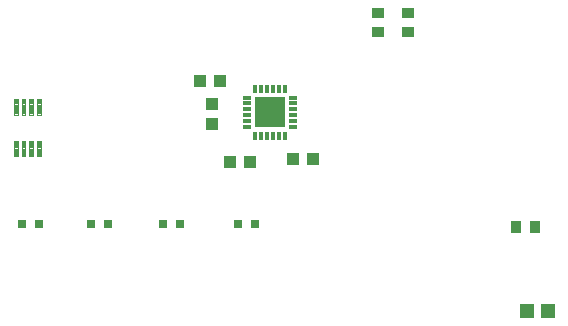
<source format=gbr>
G04 EAGLE Gerber RS-274X export*
G75*
%MOMM*%
%FSLAX34Y34*%
%LPD*%
%INSolderpaste Top*%
%IPPOS*%
%AMOC8*
5,1,8,0,0,1.08239X$1,22.5*%
G01*
%ADD10C,0.100000*%
%ADD11R,0.800000X0.800000*%
%ADD12R,1.100000X1.000000*%
%ADD13R,0.949959X1.031241*%
%ADD14R,0.750000X0.350000*%
%ADD15R,0.350000X0.750000*%
%ADD16R,2.600000X2.600000*%
%ADD17R,1.000000X1.100000*%
%ADD18R,1.143000X1.270000*%
%ADD19R,1.031241X0.949959*%


D10*
X100970Y169240D02*
X100970Y156040D01*
X97970Y156040D01*
X97970Y169240D01*
X100970Y169240D01*
X100970Y156990D02*
X97970Y156990D01*
X97970Y157940D02*
X100970Y157940D01*
X100970Y158890D02*
X97970Y158890D01*
X97970Y159840D02*
X100970Y159840D01*
X100970Y160790D02*
X97970Y160790D01*
X97970Y161740D02*
X100970Y161740D01*
X100970Y162690D02*
X97970Y162690D01*
X97970Y163640D02*
X100970Y163640D01*
X100970Y164590D02*
X97970Y164590D01*
X97970Y165540D02*
X100970Y165540D01*
X100970Y166490D02*
X97970Y166490D01*
X97970Y167440D02*
X100970Y167440D01*
X100970Y168390D02*
X97970Y168390D01*
X107470Y169240D02*
X107470Y156040D01*
X104470Y156040D01*
X104470Y169240D01*
X107470Y169240D01*
X107470Y156990D02*
X104470Y156990D01*
X104470Y157940D02*
X107470Y157940D01*
X107470Y158890D02*
X104470Y158890D01*
X104470Y159840D02*
X107470Y159840D01*
X107470Y160790D02*
X104470Y160790D01*
X104470Y161740D02*
X107470Y161740D01*
X107470Y162690D02*
X104470Y162690D01*
X104470Y163640D02*
X107470Y163640D01*
X107470Y164590D02*
X104470Y164590D01*
X104470Y165540D02*
X107470Y165540D01*
X107470Y166490D02*
X104470Y166490D01*
X104470Y167440D02*
X107470Y167440D01*
X107470Y168390D02*
X104470Y168390D01*
X113970Y169240D02*
X113970Y156040D01*
X110970Y156040D01*
X110970Y169240D01*
X113970Y169240D01*
X113970Y156990D02*
X110970Y156990D01*
X110970Y157940D02*
X113970Y157940D01*
X113970Y158890D02*
X110970Y158890D01*
X110970Y159840D02*
X113970Y159840D01*
X113970Y160790D02*
X110970Y160790D01*
X110970Y161740D02*
X113970Y161740D01*
X113970Y162690D02*
X110970Y162690D01*
X110970Y163640D02*
X113970Y163640D01*
X113970Y164590D02*
X110970Y164590D01*
X110970Y165540D02*
X113970Y165540D01*
X113970Y166490D02*
X110970Y166490D01*
X110970Y167440D02*
X113970Y167440D01*
X113970Y168390D02*
X110970Y168390D01*
X120470Y169240D02*
X120470Y156040D01*
X117470Y156040D01*
X117470Y169240D01*
X120470Y169240D01*
X120470Y156990D02*
X117470Y156990D01*
X117470Y157940D02*
X120470Y157940D01*
X120470Y158890D02*
X117470Y158890D01*
X117470Y159840D02*
X120470Y159840D01*
X120470Y160790D02*
X117470Y160790D01*
X117470Y161740D02*
X120470Y161740D01*
X120470Y162690D02*
X117470Y162690D01*
X117470Y163640D02*
X120470Y163640D01*
X120470Y164590D02*
X117470Y164590D01*
X117470Y165540D02*
X120470Y165540D01*
X120470Y166490D02*
X117470Y166490D01*
X117470Y167440D02*
X120470Y167440D01*
X120470Y168390D02*
X117470Y168390D01*
X120470Y191440D02*
X120470Y204640D01*
X120470Y191440D02*
X117470Y191440D01*
X117470Y204640D01*
X120470Y204640D01*
X120470Y192390D02*
X117470Y192390D01*
X117470Y193340D02*
X120470Y193340D01*
X120470Y194290D02*
X117470Y194290D01*
X117470Y195240D02*
X120470Y195240D01*
X120470Y196190D02*
X117470Y196190D01*
X117470Y197140D02*
X120470Y197140D01*
X120470Y198090D02*
X117470Y198090D01*
X117470Y199040D02*
X120470Y199040D01*
X120470Y199990D02*
X117470Y199990D01*
X117470Y200940D02*
X120470Y200940D01*
X120470Y201890D02*
X117470Y201890D01*
X117470Y202840D02*
X120470Y202840D01*
X120470Y203790D02*
X117470Y203790D01*
X113970Y204640D02*
X113970Y191440D01*
X110970Y191440D01*
X110970Y204640D01*
X113970Y204640D01*
X113970Y192390D02*
X110970Y192390D01*
X110970Y193340D02*
X113970Y193340D01*
X113970Y194290D02*
X110970Y194290D01*
X110970Y195240D02*
X113970Y195240D01*
X113970Y196190D02*
X110970Y196190D01*
X110970Y197140D02*
X113970Y197140D01*
X113970Y198090D02*
X110970Y198090D01*
X110970Y199040D02*
X113970Y199040D01*
X113970Y199990D02*
X110970Y199990D01*
X110970Y200940D02*
X113970Y200940D01*
X113970Y201890D02*
X110970Y201890D01*
X110970Y202840D02*
X113970Y202840D01*
X113970Y203790D02*
X110970Y203790D01*
X107470Y204640D02*
X107470Y191440D01*
X104470Y191440D01*
X104470Y204640D01*
X107470Y204640D01*
X107470Y192390D02*
X104470Y192390D01*
X104470Y193340D02*
X107470Y193340D01*
X107470Y194290D02*
X104470Y194290D01*
X104470Y195240D02*
X107470Y195240D01*
X107470Y196190D02*
X104470Y196190D01*
X104470Y197140D02*
X107470Y197140D01*
X107470Y198090D02*
X104470Y198090D01*
X104470Y199040D02*
X107470Y199040D01*
X107470Y199990D02*
X104470Y199990D01*
X104470Y200940D02*
X107470Y200940D01*
X107470Y201890D02*
X104470Y201890D01*
X104470Y202840D02*
X107470Y202840D01*
X107470Y203790D02*
X104470Y203790D01*
X100970Y204640D02*
X100970Y191440D01*
X97970Y191440D01*
X97970Y204640D01*
X100970Y204640D01*
X100970Y192390D02*
X97970Y192390D01*
X97970Y193340D02*
X100970Y193340D01*
X100970Y194290D02*
X97970Y194290D01*
X97970Y195240D02*
X100970Y195240D01*
X100970Y196190D02*
X97970Y196190D01*
X97970Y197140D02*
X100970Y197140D01*
X100970Y198090D02*
X97970Y198090D01*
X97970Y199040D02*
X100970Y199040D01*
X100970Y199990D02*
X97970Y199990D01*
X97970Y200940D02*
X100970Y200940D01*
X100970Y201890D02*
X97970Y201890D01*
X97970Y202840D02*
X100970Y202840D01*
X100970Y203790D02*
X97970Y203790D01*
D11*
X104260Y99060D03*
X119260Y99060D03*
D12*
X281060Y151130D03*
X298060Y151130D03*
D11*
X162680Y99060D03*
X177680Y99060D03*
X223640Y99060D03*
X238640Y99060D03*
X287140Y99060D03*
X302140Y99060D03*
D13*
X522859Y96520D03*
X538861Y96520D03*
D14*
X294890Y205860D03*
X294890Y200860D03*
X294890Y195860D03*
X294890Y190860D03*
X294890Y185860D03*
X294890Y180860D03*
X334390Y205860D03*
X334390Y200860D03*
X334390Y195860D03*
X334390Y190860D03*
X334390Y185860D03*
X334390Y180860D03*
D15*
X317140Y213110D03*
X302140Y213110D03*
X307140Y213110D03*
X312140Y213110D03*
X322140Y213110D03*
X327140Y213110D03*
X327140Y173610D03*
X322140Y173610D03*
X317140Y173610D03*
X312140Y173610D03*
X307140Y173610D03*
X302140Y173610D03*
D16*
X314640Y193360D03*
D17*
X265430Y183270D03*
X265430Y200270D03*
D12*
X351400Y153670D03*
X334400Y153670D03*
X255660Y219710D03*
X272660Y219710D03*
D18*
X532130Y25400D03*
X549910Y25400D03*
D19*
X431800Y261239D03*
X431800Y277241D03*
X406400Y261239D03*
X406400Y277241D03*
M02*

</source>
